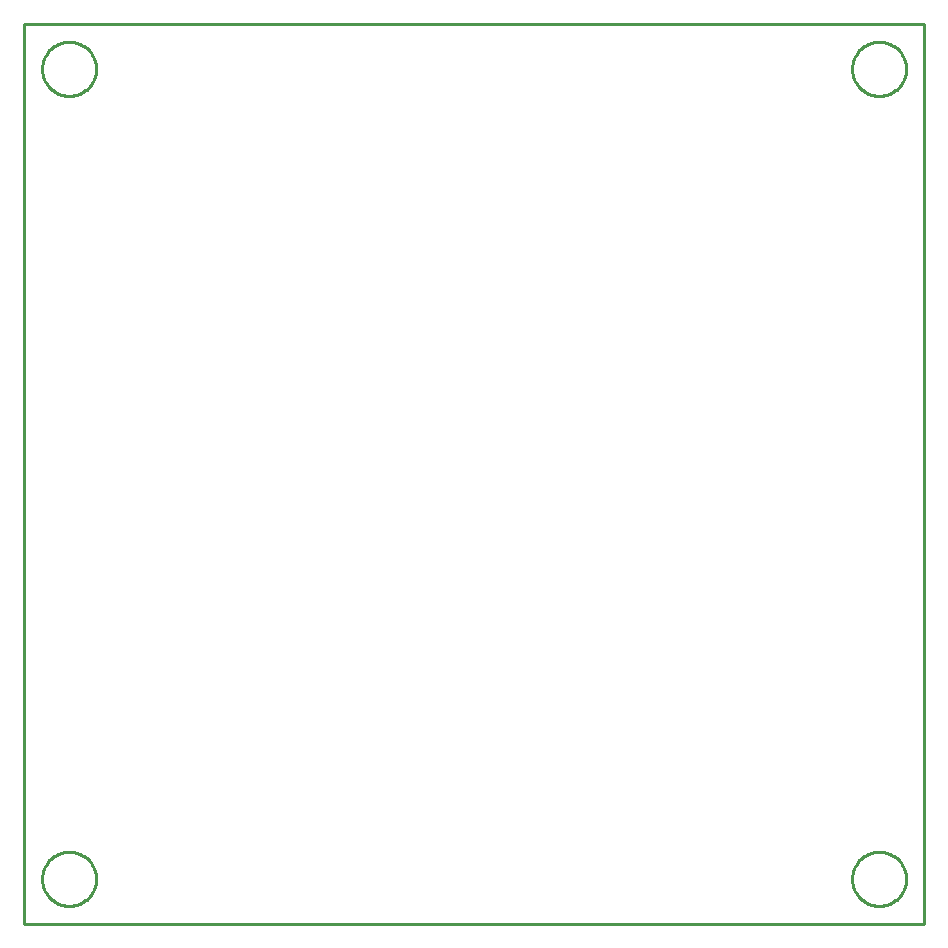
<source format=gbr>
G04 EAGLE Gerber RS-274X export*
G75*
%MOMM*%
%FSLAX34Y34*%
%LPD*%
%IN*%
%IPPOS*%
%AMOC8*
5,1,8,0,0,1.08239X$1,22.5*%
G01*
%ADD10C,0.254000*%


D10*
X0Y0D02*
X762000Y0D01*
X762000Y762000D01*
X0Y762000D01*
X0Y0D01*
X60960Y37459D02*
X60888Y36178D01*
X60744Y34903D01*
X60530Y33638D01*
X60244Y32388D01*
X59889Y31155D01*
X59465Y29944D01*
X58974Y28759D01*
X58418Y27604D01*
X57797Y26481D01*
X57115Y25395D01*
X56373Y24348D01*
X55573Y23346D01*
X54718Y22389D01*
X53811Y21482D01*
X52854Y20627D01*
X51852Y19827D01*
X50805Y19085D01*
X49719Y18403D01*
X48596Y17782D01*
X47441Y17226D01*
X46256Y16735D01*
X45045Y16311D01*
X43812Y15956D01*
X42562Y15670D01*
X41297Y15456D01*
X40022Y15312D01*
X38741Y15240D01*
X37459Y15240D01*
X36178Y15312D01*
X34903Y15456D01*
X33638Y15670D01*
X32388Y15956D01*
X31155Y16311D01*
X29944Y16735D01*
X28759Y17226D01*
X27604Y17782D01*
X26481Y18403D01*
X25395Y19085D01*
X24348Y19827D01*
X23346Y20627D01*
X22389Y21482D01*
X21482Y22389D01*
X20627Y23346D01*
X19827Y24348D01*
X19085Y25395D01*
X18403Y26481D01*
X17782Y27604D01*
X17226Y28759D01*
X16735Y29944D01*
X16311Y31155D01*
X15956Y32388D01*
X15670Y33638D01*
X15456Y34903D01*
X15312Y36178D01*
X15240Y37459D01*
X15240Y38741D01*
X15312Y40022D01*
X15456Y41297D01*
X15670Y42562D01*
X15956Y43812D01*
X16311Y45045D01*
X16735Y46256D01*
X17226Y47441D01*
X17782Y48596D01*
X18403Y49719D01*
X19085Y50805D01*
X19827Y51852D01*
X20627Y52854D01*
X21482Y53811D01*
X22389Y54718D01*
X23346Y55573D01*
X24348Y56373D01*
X25395Y57115D01*
X26481Y57797D01*
X27604Y58418D01*
X28759Y58974D01*
X29944Y59465D01*
X31155Y59889D01*
X32388Y60244D01*
X33638Y60530D01*
X34903Y60744D01*
X36178Y60888D01*
X37459Y60960D01*
X38741Y60960D01*
X40022Y60888D01*
X41297Y60744D01*
X42562Y60530D01*
X43812Y60244D01*
X45045Y59889D01*
X46256Y59465D01*
X47441Y58974D01*
X48596Y58418D01*
X49719Y57797D01*
X50805Y57115D01*
X51852Y56373D01*
X52854Y55573D01*
X53811Y54718D01*
X54718Y53811D01*
X55573Y52854D01*
X56373Y51852D01*
X57115Y50805D01*
X57797Y49719D01*
X58418Y48596D01*
X58974Y47441D01*
X59465Y46256D01*
X59889Y45045D01*
X60244Y43812D01*
X60530Y42562D01*
X60744Y41297D01*
X60888Y40022D01*
X60960Y38741D01*
X60960Y37459D01*
X746760Y37459D02*
X746688Y36178D01*
X746544Y34903D01*
X746330Y33638D01*
X746044Y32388D01*
X745689Y31155D01*
X745265Y29944D01*
X744774Y28759D01*
X744218Y27604D01*
X743597Y26481D01*
X742915Y25395D01*
X742173Y24348D01*
X741373Y23346D01*
X740518Y22389D01*
X739611Y21482D01*
X738654Y20627D01*
X737652Y19827D01*
X736605Y19085D01*
X735519Y18403D01*
X734396Y17782D01*
X733241Y17226D01*
X732056Y16735D01*
X730845Y16311D01*
X729612Y15956D01*
X728362Y15670D01*
X727097Y15456D01*
X725822Y15312D01*
X724541Y15240D01*
X723259Y15240D01*
X721978Y15312D01*
X720703Y15456D01*
X719438Y15670D01*
X718188Y15956D01*
X716955Y16311D01*
X715744Y16735D01*
X714559Y17226D01*
X713404Y17782D01*
X712281Y18403D01*
X711195Y19085D01*
X710148Y19827D01*
X709146Y20627D01*
X708189Y21482D01*
X707282Y22389D01*
X706427Y23346D01*
X705627Y24348D01*
X704885Y25395D01*
X704203Y26481D01*
X703582Y27604D01*
X703026Y28759D01*
X702535Y29944D01*
X702111Y31155D01*
X701756Y32388D01*
X701470Y33638D01*
X701256Y34903D01*
X701112Y36178D01*
X701040Y37459D01*
X701040Y38741D01*
X701112Y40022D01*
X701256Y41297D01*
X701470Y42562D01*
X701756Y43812D01*
X702111Y45045D01*
X702535Y46256D01*
X703026Y47441D01*
X703582Y48596D01*
X704203Y49719D01*
X704885Y50805D01*
X705627Y51852D01*
X706427Y52854D01*
X707282Y53811D01*
X708189Y54718D01*
X709146Y55573D01*
X710148Y56373D01*
X711195Y57115D01*
X712281Y57797D01*
X713404Y58418D01*
X714559Y58974D01*
X715744Y59465D01*
X716955Y59889D01*
X718188Y60244D01*
X719438Y60530D01*
X720703Y60744D01*
X721978Y60888D01*
X723259Y60960D01*
X724541Y60960D01*
X725822Y60888D01*
X727097Y60744D01*
X728362Y60530D01*
X729612Y60244D01*
X730845Y59889D01*
X732056Y59465D01*
X733241Y58974D01*
X734396Y58418D01*
X735519Y57797D01*
X736605Y57115D01*
X737652Y56373D01*
X738654Y55573D01*
X739611Y54718D01*
X740518Y53811D01*
X741373Y52854D01*
X742173Y51852D01*
X742915Y50805D01*
X743597Y49719D01*
X744218Y48596D01*
X744774Y47441D01*
X745265Y46256D01*
X745689Y45045D01*
X746044Y43812D01*
X746330Y42562D01*
X746544Y41297D01*
X746688Y40022D01*
X746760Y38741D01*
X746760Y37459D01*
X746760Y723259D02*
X746688Y721978D01*
X746544Y720703D01*
X746330Y719438D01*
X746044Y718188D01*
X745689Y716955D01*
X745265Y715744D01*
X744774Y714559D01*
X744218Y713404D01*
X743597Y712281D01*
X742915Y711195D01*
X742173Y710148D01*
X741373Y709146D01*
X740518Y708189D01*
X739611Y707282D01*
X738654Y706427D01*
X737652Y705627D01*
X736605Y704885D01*
X735519Y704203D01*
X734396Y703582D01*
X733241Y703026D01*
X732056Y702535D01*
X730845Y702111D01*
X729612Y701756D01*
X728362Y701470D01*
X727097Y701256D01*
X725822Y701112D01*
X724541Y701040D01*
X723259Y701040D01*
X721978Y701112D01*
X720703Y701256D01*
X719438Y701470D01*
X718188Y701756D01*
X716955Y702111D01*
X715744Y702535D01*
X714559Y703026D01*
X713404Y703582D01*
X712281Y704203D01*
X711195Y704885D01*
X710148Y705627D01*
X709146Y706427D01*
X708189Y707282D01*
X707282Y708189D01*
X706427Y709146D01*
X705627Y710148D01*
X704885Y711195D01*
X704203Y712281D01*
X703582Y713404D01*
X703026Y714559D01*
X702535Y715744D01*
X702111Y716955D01*
X701756Y718188D01*
X701470Y719438D01*
X701256Y720703D01*
X701112Y721978D01*
X701040Y723259D01*
X701040Y724541D01*
X701112Y725822D01*
X701256Y727097D01*
X701470Y728362D01*
X701756Y729612D01*
X702111Y730845D01*
X702535Y732056D01*
X703026Y733241D01*
X703582Y734396D01*
X704203Y735519D01*
X704885Y736605D01*
X705627Y737652D01*
X706427Y738654D01*
X707282Y739611D01*
X708189Y740518D01*
X709146Y741373D01*
X710148Y742173D01*
X711195Y742915D01*
X712281Y743597D01*
X713404Y744218D01*
X714559Y744774D01*
X715744Y745265D01*
X716955Y745689D01*
X718188Y746044D01*
X719438Y746330D01*
X720703Y746544D01*
X721978Y746688D01*
X723259Y746760D01*
X724541Y746760D01*
X725822Y746688D01*
X727097Y746544D01*
X728362Y746330D01*
X729612Y746044D01*
X730845Y745689D01*
X732056Y745265D01*
X733241Y744774D01*
X734396Y744218D01*
X735519Y743597D01*
X736605Y742915D01*
X737652Y742173D01*
X738654Y741373D01*
X739611Y740518D01*
X740518Y739611D01*
X741373Y738654D01*
X742173Y737652D01*
X742915Y736605D01*
X743597Y735519D01*
X744218Y734396D01*
X744774Y733241D01*
X745265Y732056D01*
X745689Y730845D01*
X746044Y729612D01*
X746330Y728362D01*
X746544Y727097D01*
X746688Y725822D01*
X746760Y724541D01*
X746760Y723259D01*
X60960Y723259D02*
X60888Y721978D01*
X60744Y720703D01*
X60530Y719438D01*
X60244Y718188D01*
X59889Y716955D01*
X59465Y715744D01*
X58974Y714559D01*
X58418Y713404D01*
X57797Y712281D01*
X57115Y711195D01*
X56373Y710148D01*
X55573Y709146D01*
X54718Y708189D01*
X53811Y707282D01*
X52854Y706427D01*
X51852Y705627D01*
X50805Y704885D01*
X49719Y704203D01*
X48596Y703582D01*
X47441Y703026D01*
X46256Y702535D01*
X45045Y702111D01*
X43812Y701756D01*
X42562Y701470D01*
X41297Y701256D01*
X40022Y701112D01*
X38741Y701040D01*
X37459Y701040D01*
X36178Y701112D01*
X34903Y701256D01*
X33638Y701470D01*
X32388Y701756D01*
X31155Y702111D01*
X29944Y702535D01*
X28759Y703026D01*
X27604Y703582D01*
X26481Y704203D01*
X25395Y704885D01*
X24348Y705627D01*
X23346Y706427D01*
X22389Y707282D01*
X21482Y708189D01*
X20627Y709146D01*
X19827Y710148D01*
X19085Y711195D01*
X18403Y712281D01*
X17782Y713404D01*
X17226Y714559D01*
X16735Y715744D01*
X16311Y716955D01*
X15956Y718188D01*
X15670Y719438D01*
X15456Y720703D01*
X15312Y721978D01*
X15240Y723259D01*
X15240Y724541D01*
X15312Y725822D01*
X15456Y727097D01*
X15670Y728362D01*
X15956Y729612D01*
X16311Y730845D01*
X16735Y732056D01*
X17226Y733241D01*
X17782Y734396D01*
X18403Y735519D01*
X19085Y736605D01*
X19827Y737652D01*
X20627Y738654D01*
X21482Y739611D01*
X22389Y740518D01*
X23346Y741373D01*
X24348Y742173D01*
X25395Y742915D01*
X26481Y743597D01*
X27604Y744218D01*
X28759Y744774D01*
X29944Y745265D01*
X31155Y745689D01*
X32388Y746044D01*
X33638Y746330D01*
X34903Y746544D01*
X36178Y746688D01*
X37459Y746760D01*
X38741Y746760D01*
X40022Y746688D01*
X41297Y746544D01*
X42562Y746330D01*
X43812Y746044D01*
X45045Y745689D01*
X46256Y745265D01*
X47441Y744774D01*
X48596Y744218D01*
X49719Y743597D01*
X50805Y742915D01*
X51852Y742173D01*
X52854Y741373D01*
X53811Y740518D01*
X54718Y739611D01*
X55573Y738654D01*
X56373Y737652D01*
X57115Y736605D01*
X57797Y735519D01*
X58418Y734396D01*
X58974Y733241D01*
X59465Y732056D01*
X59889Y730845D01*
X60244Y729612D01*
X60530Y728362D01*
X60744Y727097D01*
X60888Y725822D01*
X60960Y724541D01*
X60960Y723259D01*
M02*

</source>
